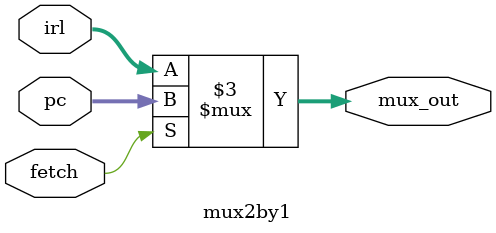
<source format=sv>

module mux2by1(input logic fetch, input logic [7:0] pc, irl, output logic [7:0] mux_out);

	// if fetch is true, output the instruction register addr
	// otherwise, output the program counter addr
	always_comb
	begin
		if(fetch) begin
			mux_out = pc;
		end
		else begin
			mux_out = irl;
		end
	end

endmodule
</source>
